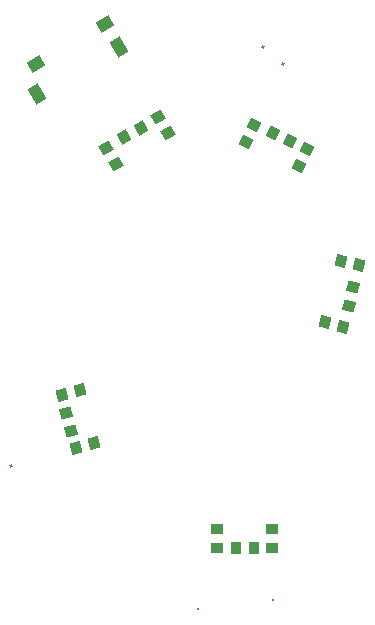
<source format=gtp>
G04 Layer_Color=8421504*
%FSLAX25Y25*%
%MOIN*%
G70*
G01*
G75*
%ADD11P,0.01414X4X380.0*%
%ADD12P,0.01392X4X150.0*%
%ADD13R,0.01000X0.01000*%
G04:AMPARAMS|DCode=14|XSize=39.37mil|YSize=59.06mil|CornerRadius=0mil|HoleSize=0mil|Usage=FLASHONLY|Rotation=30.000|XOffset=0mil|YOffset=0mil|HoleType=Round|Shape=Rectangle|*
%AMROTATEDRECTD14*
4,1,4,-0.00228,-0.03541,-0.03181,0.01573,0.00228,0.03541,0.03181,-0.01573,-0.00228,-0.03541,0.0*
%
%ADD14ROTATEDRECTD14*%

G04:AMPARAMS|DCode=15|XSize=49.21mil|YSize=39.37mil|CornerRadius=0mil|HoleSize=0mil|Usage=FLASHONLY|Rotation=210.000|XOffset=0mil|YOffset=0mil|HoleType=Round|Shape=Rectangle|*
%AMROTATEDRECTD15*
4,1,4,0.01147,0.02935,0.03115,-0.00475,-0.01147,-0.02935,-0.03115,0.00475,0.01147,0.02935,0.0*
%
%ADD15ROTATEDRECTD15*%

G04:AMPARAMS|DCode=16|XSize=39.37mil|YSize=35.43mil|CornerRadius=0mil|HoleSize=0mil|Usage=FLASHONLY|Rotation=165.000|XOffset=0mil|YOffset=0mil|HoleType=Round|Shape=Rectangle|*
%AMROTATEDRECTD16*
4,1,4,0.02360,0.01202,0.01443,-0.02221,-0.02360,-0.01202,-0.01443,0.02221,0.02360,0.01202,0.0*
%
%ADD16ROTATEDRECTD16*%

G04:AMPARAMS|DCode=17|XSize=39.37mil|YSize=35.43mil|CornerRadius=0mil|HoleSize=0mil|Usage=FLASHONLY|Rotation=255.000|XOffset=0mil|YOffset=0mil|HoleType=Round|Shape=Rectangle|*
%AMROTATEDRECTD17*
4,1,4,-0.01202,0.02360,0.02221,0.01443,0.01202,-0.02360,-0.02221,-0.01443,-0.01202,0.02360,0.0*
%
%ADD17ROTATEDRECTD17*%

%ADD18R,0.03543X0.03937*%
%ADD19R,0.03937X0.03543*%
G04:AMPARAMS|DCode=20|XSize=39.37mil|YSize=35.43mil|CornerRadius=0mil|HoleSize=0mil|Usage=FLASHONLY|Rotation=15.000|XOffset=0mil|YOffset=0mil|HoleType=Round|Shape=Rectangle|*
%AMROTATEDRECTD20*
4,1,4,-0.01443,-0.02221,-0.02360,0.01202,0.01443,0.02221,0.02360,-0.01202,-0.01443,-0.02221,0.0*
%
%ADD20ROTATEDRECTD20*%

G04:AMPARAMS|DCode=21|XSize=39.37mil|YSize=35.43mil|CornerRadius=0mil|HoleSize=0mil|Usage=FLASHONLY|Rotation=105.000|XOffset=0mil|YOffset=0mil|HoleType=Round|Shape=Rectangle|*
%AMROTATEDRECTD21*
4,1,4,0.02221,-0.01443,-0.01202,-0.02360,-0.02221,0.01443,0.01202,0.02360,0.02221,-0.01443,0.0*
%
%ADD21ROTATEDRECTD21*%

G04:AMPARAMS|DCode=22|XSize=39.37mil|YSize=35.43mil|CornerRadius=0mil|HoleSize=0mil|Usage=FLASHONLY|Rotation=120.000|XOffset=0mil|YOffset=0mil|HoleType=Round|Shape=Rectangle|*
%AMROTATEDRECTD22*
4,1,4,0.02519,-0.00819,-0.00550,-0.02591,-0.02519,0.00819,0.00550,0.02591,0.02519,-0.00819,0.0*
%
%ADD22ROTATEDRECTD22*%

G04:AMPARAMS|DCode=23|XSize=39.37mil|YSize=35.43mil|CornerRadius=0mil|HoleSize=0mil|Usage=FLASHONLY|Rotation=30.000|XOffset=0mil|YOffset=0mil|HoleType=Round|Shape=Rectangle|*
%AMROTATEDRECTD23*
4,1,4,-0.00819,-0.02519,-0.02591,0.00550,0.00819,0.02519,0.02591,-0.00550,-0.00819,-0.02519,0.0*
%
%ADD23ROTATEDRECTD23*%

G04:AMPARAMS|DCode=24|XSize=39.37mil|YSize=35.43mil|CornerRadius=0mil|HoleSize=0mil|Usage=FLASHONLY|Rotation=245.000|XOffset=0mil|YOffset=0mil|HoleType=Round|Shape=Rectangle|*
%AMROTATEDRECTD24*
4,1,4,-0.00774,0.02533,0.02438,0.01035,0.00774,-0.02533,-0.02438,-0.01035,-0.00774,0.02533,0.0*
%
%ADD24ROTATEDRECTD24*%

G04:AMPARAMS|DCode=25|XSize=39.37mil|YSize=35.43mil|CornerRadius=0mil|HoleSize=0mil|Usage=FLASHONLY|Rotation=335.000|XOffset=0mil|YOffset=0mil|HoleType=Round|Shape=Rectangle|*
%AMROTATEDRECTD25*
4,1,4,-0.02533,-0.00774,-0.01035,0.02438,0.02533,0.00774,0.01035,-0.02438,-0.02533,-0.00774,0.0*
%
%ADD25ROTATEDRECTD25*%

D11*
X19026Y96605D02*
D03*
X25562Y91059D02*
D03*
D12*
X-64998Y-42940D02*
D03*
D13*
X-2657Y-90551D02*
D03*
X22343Y-87551D02*
D03*
D14*
X-56274Y81022D02*
D03*
X-28997Y96770D02*
D03*
D15*
X-33766Y104403D02*
D03*
X-56780Y91116D02*
D03*
D16*
X47517Y10431D02*
D03*
X49147Y16516D02*
D03*
D17*
X39547Y5026D02*
D03*
X45632Y3396D02*
D03*
X51109Y23836D02*
D03*
X45024Y25467D02*
D03*
D18*
X16139Y-70344D02*
D03*
X9839D02*
D03*
D19*
X3737Y-70344D02*
D03*
Y-64045D02*
D03*
X22142D02*
D03*
Y-70344D02*
D03*
D20*
X-46613Y-25219D02*
D03*
X-44983Y-31304D02*
D03*
D21*
X-42083Y-17789D02*
D03*
X-48167Y-19420D02*
D03*
X-43480Y-36913D02*
D03*
X-37396Y-35282D02*
D03*
D22*
X-21772Y69675D02*
D03*
X-27228Y66525D02*
D03*
D23*
X-33275Y63028D02*
D03*
X-30125Y57572D02*
D03*
X-12825Y67972D02*
D03*
X-15975Y73428D02*
D03*
D24*
X28054Y65169D02*
D03*
X22345Y67831D02*
D03*
D25*
X31069Y57046D02*
D03*
X33731Y62754D02*
D03*
X16031Y70754D02*
D03*
X13369Y65045D02*
D03*
M02*

</source>
